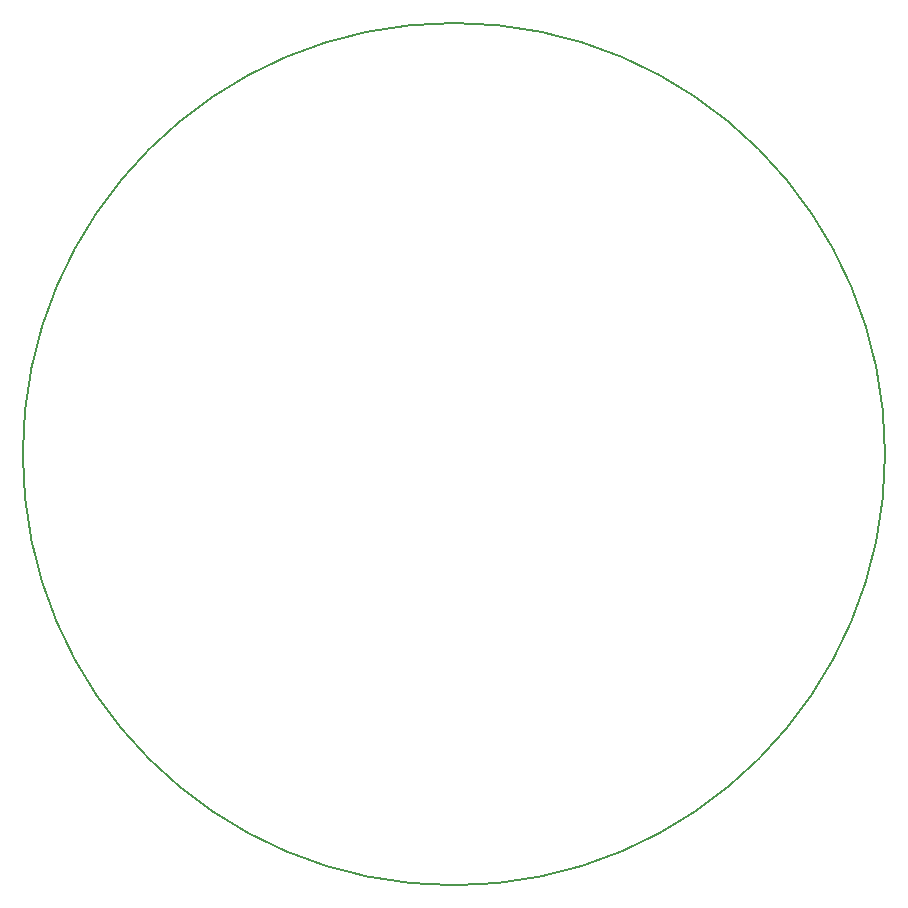
<source format=gbr>
%TF.GenerationSoftware,KiCad,Pcbnew,(6.0.8)*%
%TF.CreationDate,2022-12-18T13:59:50-08:00*%
%TF.ProjectId,ATP_Teensy,4154505f-5465-4656-9e73-792e6b696361,rev?*%
%TF.SameCoordinates,Original*%
%TF.FileFunction,Profile,NP*%
%FSLAX46Y46*%
G04 Gerber Fmt 4.6, Leading zero omitted, Abs format (unit mm)*
G04 Created by KiCad (PCBNEW (6.0.8)) date 2022-12-18 13:59:50*
%MOMM*%
%LPD*%
G01*
G04 APERTURE LIST*
%TA.AperFunction,Profile*%
%ADD10C,0.200000*%
%TD*%
G04 APERTURE END LIST*
D10*
X189230000Y-99060000D02*
G75*
G03*
X189230000Y-99060000I-36500000J0D01*
G01*
M02*

</source>
